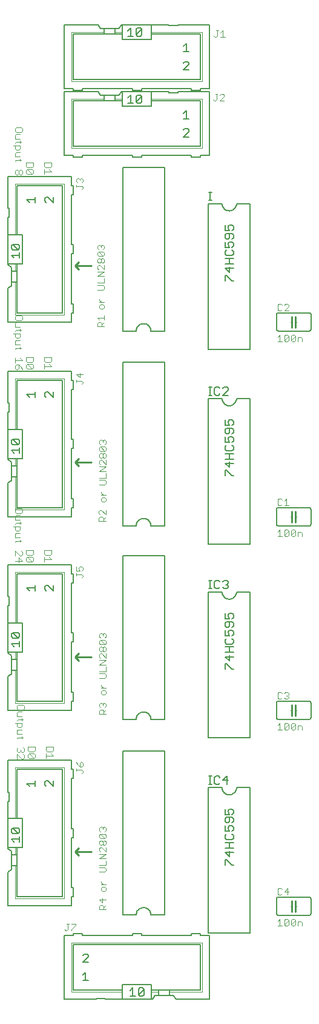
<source format=gto>
G75*
%MOIN*%
%OFA0B0*%
%FSLAX24Y24*%
%IPPOS*%
%LPD*%
%AMOC8*
5,1,8,0,0,1.08239X$1,22.5*
%
%ADD10C,0.0030*%
%ADD11C,0.0100*%
%ADD12C,0.0060*%
%ADD13C,0.0050*%
%ADD14C,0.0020*%
%ADD15C,0.0040*%
D10*
X010865Y018163D02*
X010865Y018410D01*
X011112Y018163D01*
X011174Y018163D01*
X011235Y018225D01*
X011235Y018348D01*
X011174Y018410D01*
X011174Y018531D02*
X011112Y018531D01*
X011050Y018593D01*
X010989Y018531D01*
X010927Y018531D01*
X010865Y018593D01*
X010865Y018716D01*
X010927Y018778D01*
X011050Y018655D02*
X011050Y018593D01*
X011174Y018531D02*
X011235Y018593D01*
X011235Y018716D01*
X011174Y018778D01*
X011465Y018810D02*
X011465Y018625D01*
X011527Y018563D01*
X011774Y018563D01*
X011835Y018625D01*
X011835Y018810D01*
X011465Y018810D01*
X011527Y018441D02*
X011774Y018195D01*
X011527Y018195D01*
X011465Y018256D01*
X011465Y018380D01*
X011527Y018441D01*
X011774Y018441D01*
X011835Y018380D01*
X011835Y018256D01*
X011774Y018195D01*
X012465Y018195D02*
X012465Y018441D01*
X012465Y018318D02*
X012835Y018318D01*
X012712Y018441D01*
X012774Y018563D02*
X012835Y018625D01*
X012835Y018810D01*
X012465Y018810D01*
X012465Y018625D01*
X012527Y018563D01*
X012774Y018563D01*
X011174Y019330D02*
X010927Y019330D01*
X010865Y019268D01*
X010865Y019513D02*
X011112Y019513D01*
X011112Y019392D02*
X011112Y019268D01*
X010865Y019513D02*
X010865Y019698D01*
X010927Y019760D01*
X011112Y019760D01*
X011050Y019882D02*
X010927Y019882D01*
X010865Y019943D01*
X010865Y020128D01*
X010865Y020251D02*
X010927Y020312D01*
X011174Y020312D01*
X011112Y020251D02*
X011112Y020374D01*
X011112Y020495D02*
X010865Y020495D01*
X010865Y020681D01*
X010927Y020742D01*
X011112Y020742D01*
X011174Y020864D02*
X011235Y020926D01*
X011235Y021049D01*
X011174Y021111D01*
X010927Y021111D01*
X010865Y021049D01*
X010865Y020926D01*
X010927Y020864D01*
X011174Y020864D01*
X011112Y020128D02*
X010742Y020128D01*
X011112Y020128D02*
X011112Y019943D01*
X011050Y019882D01*
X015384Y020604D02*
X015384Y020789D01*
X015446Y020851D01*
X015569Y020851D01*
X015631Y020789D01*
X015631Y020604D01*
X015631Y020727D02*
X015754Y020851D01*
X015693Y020972D02*
X015754Y021034D01*
X015754Y021157D01*
X015693Y021219D01*
X015631Y021219D01*
X015569Y021157D01*
X015569Y021095D01*
X015569Y021157D02*
X015507Y021219D01*
X015446Y021219D01*
X015384Y021157D01*
X015384Y021034D01*
X015446Y020972D01*
X015384Y020604D02*
X015754Y020604D01*
X015673Y021671D02*
X015735Y021733D01*
X015735Y021857D01*
X015673Y021918D01*
X015550Y021918D01*
X015488Y021857D01*
X015488Y021733D01*
X015550Y021671D01*
X015673Y021671D01*
X015612Y022040D02*
X015488Y022163D01*
X015488Y022225D01*
X015488Y022040D02*
X015735Y022040D01*
X015691Y022591D02*
X015753Y022652D01*
X015753Y022776D01*
X015691Y022838D01*
X015382Y022838D01*
X015382Y022959D02*
X015753Y022959D01*
X015753Y023206D01*
X015753Y023327D02*
X015382Y023327D01*
X015753Y023574D01*
X015382Y023574D01*
X015444Y023696D02*
X015382Y023757D01*
X015382Y023881D01*
X015444Y023942D01*
X015506Y023942D01*
X015753Y023696D01*
X015753Y023942D01*
X015691Y024064D02*
X015629Y024064D01*
X015568Y024126D01*
X015568Y024249D01*
X015629Y024311D01*
X015691Y024311D01*
X015753Y024249D01*
X015753Y024126D01*
X015691Y024064D01*
X015568Y024126D02*
X015506Y024064D01*
X015444Y024064D01*
X015382Y024126D01*
X015382Y024249D01*
X015444Y024311D01*
X015506Y024311D01*
X015568Y024249D01*
X015691Y024432D02*
X015444Y024679D01*
X015691Y024679D01*
X015753Y024617D01*
X015753Y024494D01*
X015691Y024432D01*
X015444Y024432D01*
X015382Y024494D01*
X015382Y024617D01*
X015444Y024679D01*
X015444Y024801D02*
X015382Y024862D01*
X015382Y024986D01*
X015444Y025047D01*
X015506Y025047D01*
X015568Y024986D01*
X015629Y025047D01*
X015691Y025047D01*
X015753Y024986D01*
X015753Y024862D01*
X015691Y024801D01*
X015568Y024924D02*
X015568Y024986D01*
X015691Y022591D02*
X015382Y022591D01*
X012365Y028995D02*
X012365Y029241D01*
X012365Y029118D02*
X012735Y029118D01*
X012612Y029241D01*
X012674Y029363D02*
X012735Y029425D01*
X012735Y029610D01*
X012365Y029610D01*
X012365Y029425D01*
X012427Y029363D01*
X012674Y029363D01*
X011735Y029425D02*
X011735Y029610D01*
X011365Y029610D01*
X011365Y029425D01*
X011427Y029363D01*
X011674Y029363D01*
X011735Y029425D01*
X011674Y029241D02*
X011735Y029180D01*
X011735Y029056D01*
X011674Y028995D01*
X011427Y029241D01*
X011365Y029180D01*
X011365Y029056D01*
X011427Y028995D01*
X011674Y028995D01*
X011674Y029241D02*
X011427Y029241D01*
X011135Y029393D02*
X011135Y029516D01*
X011074Y029578D01*
X011135Y029393D02*
X011074Y029331D01*
X011012Y029331D01*
X010765Y029578D01*
X010765Y029331D01*
X010950Y029210D02*
X010950Y028963D01*
X010765Y029025D02*
X011135Y029025D01*
X010950Y029210D01*
X011012Y030068D02*
X011012Y030192D01*
X011074Y030130D02*
X010827Y030130D01*
X010765Y030068D01*
X010765Y030313D02*
X011012Y030313D01*
X010765Y030313D02*
X010765Y030498D01*
X010827Y030560D01*
X011012Y030560D01*
X010950Y030682D02*
X010827Y030682D01*
X010765Y030743D01*
X010765Y030928D01*
X010765Y031051D02*
X010827Y031112D01*
X011074Y031112D01*
X011012Y031051D02*
X011012Y031174D01*
X011012Y031295D02*
X010765Y031295D01*
X010765Y031481D01*
X010827Y031542D01*
X011012Y031542D01*
X011074Y031664D02*
X010827Y031664D01*
X010765Y031726D01*
X010765Y031849D01*
X010827Y031911D01*
X011074Y031911D01*
X011135Y031849D01*
X011135Y031726D01*
X011074Y031664D01*
X011012Y030928D02*
X010642Y030928D01*
X011012Y030928D02*
X011012Y030743D01*
X010950Y030682D01*
X015364Y031204D02*
X015364Y031389D01*
X015426Y031451D01*
X015549Y031451D01*
X015611Y031389D01*
X015611Y031204D01*
X015611Y031327D02*
X015734Y031451D01*
X015734Y031572D02*
X015487Y031819D01*
X015426Y031819D01*
X015364Y031757D01*
X015364Y031634D01*
X015426Y031572D01*
X015734Y031572D02*
X015734Y031819D01*
X015673Y032271D02*
X015735Y032333D01*
X015735Y032457D01*
X015673Y032518D01*
X015550Y032518D01*
X015488Y032457D01*
X015488Y032333D01*
X015550Y032271D01*
X015673Y032271D01*
X015612Y032640D02*
X015488Y032763D01*
X015488Y032825D01*
X015488Y032640D02*
X015735Y032640D01*
X015691Y033221D02*
X015753Y033282D01*
X015753Y033406D01*
X015691Y033467D01*
X015382Y033467D01*
X015382Y033589D02*
X015753Y033589D01*
X015753Y033836D01*
X015753Y033957D02*
X015382Y033957D01*
X015753Y034204D01*
X015382Y034204D01*
X015444Y034326D02*
X015382Y034387D01*
X015382Y034511D01*
X015444Y034572D01*
X015506Y034572D01*
X015753Y034326D01*
X015753Y034572D01*
X015691Y034694D02*
X015753Y034756D01*
X015753Y034879D01*
X015691Y034941D01*
X015629Y034941D01*
X015568Y034879D01*
X015568Y034756D01*
X015506Y034694D01*
X015444Y034694D01*
X015382Y034756D01*
X015382Y034879D01*
X015444Y034941D01*
X015506Y034941D01*
X015568Y034879D01*
X015568Y034756D02*
X015629Y034694D01*
X015691Y034694D01*
X015691Y035062D02*
X015444Y035309D01*
X015691Y035309D01*
X015753Y035247D01*
X015753Y035124D01*
X015691Y035062D01*
X015444Y035062D01*
X015382Y035124D01*
X015382Y035247D01*
X015444Y035309D01*
X015444Y035430D02*
X015382Y035492D01*
X015382Y035616D01*
X015444Y035677D01*
X015506Y035677D01*
X015568Y035616D01*
X015629Y035677D01*
X015691Y035677D01*
X015753Y035616D01*
X015753Y035492D01*
X015691Y035430D01*
X015568Y035554D02*
X015568Y035616D01*
X015691Y033221D02*
X015382Y033221D01*
X015364Y031204D02*
X015734Y031204D01*
X012735Y039718D02*
X012365Y039718D01*
X012365Y039841D02*
X012365Y039595D01*
X012612Y039841D02*
X012735Y039718D01*
X012674Y039963D02*
X012427Y039963D01*
X012365Y040025D01*
X012365Y040210D01*
X012735Y040210D01*
X012735Y040025D01*
X012674Y039963D01*
X011735Y040025D02*
X011735Y040210D01*
X011365Y040210D01*
X011365Y040025D01*
X011427Y039963D01*
X011674Y039963D01*
X011735Y040025D01*
X011674Y039841D02*
X011735Y039780D01*
X011735Y039656D01*
X011674Y039595D01*
X011427Y039841D01*
X011365Y039780D01*
X011365Y039656D01*
X011427Y039595D01*
X011674Y039595D01*
X011674Y039841D02*
X011427Y039841D01*
X011135Y040055D02*
X010765Y040055D01*
X010765Y040178D02*
X010765Y039931D01*
X010827Y039810D02*
X010765Y039748D01*
X010765Y039625D01*
X010827Y039563D01*
X010889Y039563D01*
X010950Y039625D01*
X010950Y039810D01*
X010827Y039810D01*
X010950Y039810D02*
X011074Y039686D01*
X011135Y039563D01*
X011135Y040055D02*
X011012Y040178D01*
X011012Y040668D02*
X011012Y040792D01*
X011074Y040730D02*
X010827Y040730D01*
X010765Y040668D01*
X010765Y040913D02*
X011012Y040913D01*
X010765Y040913D02*
X010765Y041098D01*
X010827Y041160D01*
X011012Y041160D01*
X010950Y041282D02*
X010827Y041282D01*
X010765Y041343D01*
X010765Y041528D01*
X010765Y041651D02*
X010827Y041712D01*
X011074Y041712D01*
X011012Y041651D02*
X011012Y041774D01*
X011012Y041895D02*
X010765Y041895D01*
X010765Y042081D01*
X010827Y042142D01*
X011012Y042142D01*
X011074Y042264D02*
X011135Y042326D01*
X011135Y042449D01*
X011074Y042511D01*
X010827Y042511D01*
X010765Y042449D01*
X010765Y042326D01*
X010827Y042264D01*
X011074Y042264D01*
X011012Y041528D02*
X010642Y041528D01*
X011012Y041528D02*
X011012Y041343D01*
X010950Y041282D01*
X015273Y041904D02*
X015273Y042089D01*
X015334Y042151D01*
X015458Y042151D01*
X015520Y042089D01*
X015520Y041904D01*
X015643Y041904D02*
X015273Y041904D01*
X015520Y042027D02*
X015643Y042151D01*
X015643Y042272D02*
X015643Y042519D01*
X015643Y042395D02*
X015273Y042395D01*
X015396Y042272D01*
X015450Y042871D02*
X015573Y042871D01*
X015635Y042933D01*
X015635Y043057D01*
X015573Y043118D01*
X015450Y043118D01*
X015388Y043057D01*
X015388Y042933D01*
X015450Y042871D01*
X015512Y043240D02*
X015388Y043363D01*
X015388Y043425D01*
X015388Y043240D02*
X015635Y043240D01*
X015591Y043929D02*
X015282Y043929D01*
X015282Y044176D02*
X015591Y044176D01*
X015653Y044114D01*
X015653Y043991D01*
X015591Y043929D01*
X015653Y044298D02*
X015282Y044298D01*
X015282Y044666D02*
X015653Y044913D01*
X015282Y044913D01*
X015344Y045034D02*
X015282Y045096D01*
X015282Y045219D01*
X015344Y045281D01*
X015406Y045281D01*
X015653Y045034D01*
X015653Y045281D01*
X015591Y045403D02*
X015529Y045403D01*
X015468Y045464D01*
X015468Y045588D01*
X015529Y045649D01*
X015591Y045649D01*
X015653Y045588D01*
X015653Y045464D01*
X015591Y045403D01*
X015468Y045464D02*
X015406Y045403D01*
X015344Y045403D01*
X015282Y045464D01*
X015282Y045588D01*
X015344Y045649D01*
X015406Y045649D01*
X015468Y045588D01*
X015591Y045771D02*
X015344Y046018D01*
X015591Y046018D01*
X015653Y045956D01*
X015653Y045833D01*
X015591Y045771D01*
X015344Y045771D01*
X015282Y045833D01*
X015282Y045956D01*
X015344Y046018D01*
X015344Y046139D02*
X015282Y046201D01*
X015282Y046324D01*
X015344Y046386D01*
X015406Y046386D01*
X015468Y046324D01*
X015529Y046386D01*
X015591Y046386D01*
X015653Y046324D01*
X015653Y046201D01*
X015591Y046139D01*
X015468Y046263D02*
X015468Y046324D01*
X015653Y044666D02*
X015282Y044666D01*
X015653Y044544D02*
X015653Y044298D01*
X014432Y049443D02*
X014494Y049504D01*
X014494Y049566D01*
X014432Y049628D01*
X014124Y049628D01*
X014124Y049566D02*
X014124Y049690D01*
X014186Y049811D02*
X014124Y049873D01*
X014124Y049996D01*
X014186Y050058D01*
X014247Y050058D01*
X014309Y049996D01*
X014371Y050058D01*
X014432Y050058D01*
X014494Y049996D01*
X014494Y049873D01*
X014432Y049811D01*
X014309Y049934D02*
X014309Y049996D01*
X012735Y050418D02*
X012365Y050418D01*
X012365Y050541D02*
X012365Y050295D01*
X012612Y050541D02*
X012735Y050418D01*
X012674Y050663D02*
X012427Y050663D01*
X012365Y050725D01*
X012365Y050910D01*
X012735Y050910D01*
X012735Y050725D01*
X012674Y050663D01*
X011735Y050725D02*
X011735Y050910D01*
X011365Y050910D01*
X011365Y050725D01*
X011427Y050663D01*
X011674Y050663D01*
X011735Y050725D01*
X011674Y050541D02*
X011735Y050480D01*
X011735Y050356D01*
X011674Y050295D01*
X011427Y050541D01*
X011365Y050480D01*
X011365Y050356D01*
X011427Y050295D01*
X011674Y050295D01*
X011674Y050541D02*
X011427Y050541D01*
X011135Y050448D02*
X011135Y050325D01*
X011074Y050263D01*
X011012Y050263D01*
X010950Y050325D01*
X010950Y050448D01*
X011012Y050510D01*
X011074Y050510D01*
X011135Y050448D01*
X010950Y050448D02*
X010889Y050510D01*
X010827Y050510D01*
X010765Y050448D01*
X010765Y050325D01*
X010827Y050263D01*
X010889Y050263D01*
X010950Y050325D01*
X011012Y051000D02*
X011012Y051124D01*
X011074Y051062D02*
X010827Y051062D01*
X010765Y051000D01*
X010765Y051245D02*
X011012Y051245D01*
X011012Y051492D02*
X010827Y051492D01*
X010765Y051430D01*
X010765Y051245D01*
X010827Y051613D02*
X010765Y051675D01*
X010765Y051860D01*
X010765Y051982D02*
X010827Y052044D01*
X011074Y052044D01*
X011012Y052106D02*
X011012Y051982D01*
X011012Y051860D02*
X010642Y051860D01*
X010827Y051613D02*
X010950Y051613D01*
X011012Y051675D01*
X011012Y051860D01*
X011012Y052227D02*
X010765Y052227D01*
X010765Y052412D01*
X010827Y052474D01*
X011012Y052474D01*
X011074Y052595D02*
X010827Y052595D01*
X010765Y052657D01*
X010765Y052781D01*
X010827Y052842D01*
X011074Y052842D01*
X011135Y052781D01*
X011135Y052657D01*
X011074Y052595D01*
X021647Y054371D02*
X021709Y054309D01*
X021771Y054309D01*
X021833Y054371D01*
X021833Y054679D01*
X021894Y054679D02*
X021771Y054679D01*
X022016Y054618D02*
X022077Y054679D01*
X022201Y054679D01*
X022263Y054618D01*
X022263Y054556D01*
X022016Y054309D01*
X022263Y054309D01*
X022302Y057815D02*
X022055Y057815D01*
X022178Y057815D02*
X022178Y058185D01*
X022055Y058062D01*
X021934Y058185D02*
X021810Y058185D01*
X021872Y058185D02*
X021872Y057876D01*
X021810Y057815D01*
X021748Y057815D01*
X021687Y057876D01*
X025262Y043150D02*
X025201Y043088D01*
X025201Y042841D01*
X025262Y042779D01*
X025386Y042779D01*
X025447Y042841D01*
X025569Y042779D02*
X025816Y043026D01*
X025816Y043088D01*
X025754Y043150D01*
X025631Y043150D01*
X025569Y043088D01*
X025447Y043088D02*
X025386Y043150D01*
X025262Y043150D01*
X025569Y042779D02*
X025816Y042779D01*
X025754Y041450D02*
X025816Y041388D01*
X025569Y041141D01*
X025631Y041079D01*
X025754Y041079D01*
X025816Y041141D01*
X025816Y041388D01*
X025754Y041450D02*
X025631Y041450D01*
X025569Y041388D01*
X025569Y041141D01*
X025447Y041079D02*
X025201Y041079D01*
X025324Y041079D02*
X025324Y041450D01*
X025201Y041326D01*
X025937Y041388D02*
X025999Y041450D01*
X026122Y041450D01*
X026184Y041388D01*
X025937Y041141D01*
X025999Y041079D01*
X026122Y041079D01*
X026184Y041141D01*
X026184Y041388D01*
X026305Y041326D02*
X026305Y041079D01*
X026305Y041326D02*
X026491Y041326D01*
X026552Y041264D01*
X026552Y041079D01*
X025937Y041141D02*
X025937Y041388D01*
X025692Y032441D02*
X025692Y032071D01*
X025569Y032071D02*
X025816Y032071D01*
X025569Y032317D02*
X025692Y032441D01*
X025447Y032379D02*
X025386Y032441D01*
X025262Y032441D01*
X025201Y032379D01*
X025201Y032132D01*
X025262Y032071D01*
X025386Y032071D01*
X025447Y032132D01*
X025324Y030741D02*
X025324Y030371D01*
X025201Y030371D02*
X025447Y030371D01*
X025569Y030432D02*
X025631Y030371D01*
X025754Y030371D01*
X025816Y030432D01*
X025816Y030679D01*
X025569Y030432D01*
X025569Y030679D01*
X025631Y030741D01*
X025754Y030741D01*
X025816Y030679D01*
X025937Y030679D02*
X025999Y030741D01*
X026122Y030741D01*
X026184Y030679D01*
X025937Y030432D01*
X025999Y030371D01*
X026122Y030371D01*
X026184Y030432D01*
X026184Y030679D01*
X026305Y030617D02*
X026305Y030371D01*
X026305Y030617D02*
X026491Y030617D01*
X026552Y030556D01*
X026552Y030371D01*
X025937Y030432D02*
X025937Y030679D01*
X025324Y030741D02*
X025201Y030617D01*
X025262Y021811D02*
X025201Y021749D01*
X025201Y021502D01*
X025262Y021441D01*
X025386Y021441D01*
X025447Y021502D01*
X025569Y021502D02*
X025631Y021441D01*
X025754Y021441D01*
X025816Y021502D01*
X025816Y021564D01*
X025754Y021626D01*
X025692Y021626D01*
X025754Y021626D02*
X025816Y021688D01*
X025816Y021749D01*
X025754Y021811D01*
X025631Y021811D01*
X025569Y021749D01*
X025447Y021749D02*
X025386Y021811D01*
X025262Y021811D01*
X025324Y020111D02*
X025324Y019741D01*
X025201Y019741D02*
X025447Y019741D01*
X025569Y019802D02*
X025816Y020049D01*
X025816Y019802D01*
X025754Y019741D01*
X025631Y019741D01*
X025569Y019802D01*
X025569Y020049D01*
X025631Y020111D01*
X025754Y020111D01*
X025816Y020049D01*
X025937Y020049D02*
X025999Y020111D01*
X026122Y020111D01*
X026184Y020049D01*
X025937Y019802D01*
X025999Y019741D01*
X026122Y019741D01*
X026184Y019802D01*
X026184Y020049D01*
X026305Y019988D02*
X026491Y019988D01*
X026552Y019926D01*
X026552Y019741D01*
X026305Y019741D02*
X026305Y019988D01*
X025937Y020049D02*
X025937Y019802D01*
X025324Y020111D02*
X025201Y019988D01*
X025262Y011047D02*
X025201Y010985D01*
X025201Y010739D01*
X025262Y010677D01*
X025386Y010677D01*
X025447Y010739D01*
X025569Y010862D02*
X025816Y010862D01*
X025754Y010677D02*
X025754Y011047D01*
X025569Y010862D01*
X025447Y010985D02*
X025386Y011047D01*
X025262Y011047D01*
X025324Y009347D02*
X025324Y008977D01*
X025201Y008977D02*
X025447Y008977D01*
X025569Y009039D02*
X025816Y009285D01*
X025816Y009039D01*
X025754Y008977D01*
X025631Y008977D01*
X025569Y009039D01*
X025569Y009285D01*
X025631Y009347D01*
X025754Y009347D01*
X025816Y009285D01*
X025937Y009285D02*
X025999Y009347D01*
X026122Y009347D01*
X026184Y009285D01*
X025937Y009039D01*
X025999Y008977D01*
X026122Y008977D01*
X026184Y009039D01*
X026184Y009285D01*
X026305Y009224D02*
X026491Y009224D01*
X026552Y009162D01*
X026552Y008977D01*
X026305Y008977D02*
X026305Y009224D01*
X025937Y009285D02*
X025937Y009039D01*
X025324Y009347D02*
X025201Y009224D01*
X015746Y009874D02*
X015376Y009874D01*
X015376Y010059D01*
X015438Y010121D01*
X015561Y010121D01*
X015623Y010059D01*
X015623Y009874D01*
X015623Y009997D02*
X015746Y010121D01*
X015561Y010242D02*
X015561Y010489D01*
X015376Y010427D02*
X015561Y010242D01*
X015746Y010427D02*
X015376Y010427D01*
X015550Y010871D02*
X015673Y010871D01*
X015735Y010933D01*
X015735Y011057D01*
X015673Y011118D01*
X015550Y011118D01*
X015488Y011057D01*
X015488Y010933D01*
X015550Y010871D01*
X015612Y011240D02*
X015488Y011363D01*
X015488Y011425D01*
X015488Y011240D02*
X015735Y011240D01*
X015691Y011943D02*
X015753Y012004D01*
X015753Y012128D01*
X015691Y012190D01*
X015382Y012190D01*
X015382Y012311D02*
X015753Y012311D01*
X015753Y012558D01*
X015753Y012679D02*
X015382Y012679D01*
X015753Y012926D01*
X015382Y012926D01*
X015444Y013048D02*
X015382Y013109D01*
X015382Y013233D01*
X015444Y013294D01*
X015506Y013294D01*
X015753Y013048D01*
X015753Y013294D01*
X015691Y013416D02*
X015753Y013478D01*
X015753Y013601D01*
X015691Y013663D01*
X015629Y013663D01*
X015568Y013601D01*
X015568Y013478D01*
X015506Y013416D01*
X015444Y013416D01*
X015382Y013478D01*
X015382Y013601D01*
X015444Y013663D01*
X015506Y013663D01*
X015568Y013601D01*
X015568Y013478D02*
X015629Y013416D01*
X015691Y013416D01*
X015691Y013784D02*
X015444Y014031D01*
X015691Y014031D01*
X015753Y013969D01*
X015753Y013846D01*
X015691Y013784D01*
X015444Y013784D01*
X015382Y013846D01*
X015382Y013969D01*
X015444Y014031D01*
X015444Y014153D02*
X015382Y014214D01*
X015382Y014338D01*
X015444Y014399D01*
X015506Y014399D01*
X015568Y014338D01*
X015629Y014399D01*
X015691Y014399D01*
X015753Y014338D01*
X015753Y014214D01*
X015691Y014153D01*
X015568Y014276D02*
X015568Y014338D01*
X015691Y011943D02*
X015382Y011943D01*
X014082Y009081D02*
X014082Y009019D01*
X013835Y008772D01*
X013835Y008711D01*
X013652Y008772D02*
X013652Y009081D01*
X013590Y009081D02*
X013714Y009081D01*
X013835Y009081D02*
X014082Y009081D01*
X013652Y008772D02*
X013590Y008711D01*
X013528Y008711D01*
X013467Y008772D01*
D11*
X014250Y012856D02*
X014050Y013056D01*
X014250Y013256D01*
X014050Y013056D02*
X014950Y013056D01*
X014250Y023556D02*
X014050Y023756D01*
X014250Y023956D01*
X014050Y023756D02*
X014950Y023756D01*
X014250Y034256D02*
X014050Y034456D01*
X014250Y034656D01*
X014050Y034456D02*
X014950Y034456D01*
X014250Y045056D02*
X014050Y045256D01*
X014250Y045456D01*
X014050Y045256D02*
X014950Y045256D01*
X025986Y042464D02*
X025986Y042164D01*
X025986Y041864D01*
X026186Y041864D02*
X026186Y042164D01*
X026186Y042464D01*
X026186Y031756D02*
X026186Y031456D01*
X026186Y031156D01*
X025986Y031156D02*
X025986Y031456D01*
X025986Y031756D01*
X025986Y021126D02*
X025986Y020826D01*
X025986Y020526D01*
X026186Y020526D02*
X026186Y020826D01*
X026186Y021126D01*
X026186Y010362D02*
X026186Y010062D01*
X026186Y009762D01*
X025986Y009762D02*
X025986Y010062D01*
X025986Y010362D01*
D12*
X025986Y010062D02*
X025936Y010062D01*
X026186Y010062D02*
X026236Y010062D01*
X026936Y010562D02*
X026953Y010560D01*
X026970Y010556D01*
X026986Y010549D01*
X027000Y010539D01*
X027013Y010526D01*
X027023Y010512D01*
X027030Y010496D01*
X027034Y010479D01*
X027036Y010462D01*
X027036Y009662D01*
X027034Y009645D01*
X027030Y009628D01*
X027023Y009612D01*
X027013Y009598D01*
X027000Y009585D01*
X026986Y009575D01*
X026970Y009568D01*
X026953Y009564D01*
X026936Y009562D01*
X025236Y009562D01*
X025219Y009564D01*
X025202Y009568D01*
X025186Y009575D01*
X025172Y009585D01*
X025159Y009598D01*
X025149Y009612D01*
X025142Y009628D01*
X025138Y009645D01*
X025136Y009662D01*
X025136Y010462D01*
X025138Y010479D01*
X025142Y010496D01*
X025149Y010512D01*
X025159Y010526D01*
X025172Y010539D01*
X025186Y010549D01*
X025202Y010556D01*
X025219Y010560D01*
X025236Y010562D01*
X026936Y010562D01*
X023692Y008578D02*
X021392Y008578D01*
X021392Y016578D01*
X022142Y016578D01*
X022144Y016539D01*
X022150Y016500D01*
X022159Y016462D01*
X022172Y016425D01*
X022189Y016389D01*
X022209Y016356D01*
X022233Y016324D01*
X022259Y016295D01*
X022288Y016269D01*
X022320Y016245D01*
X022353Y016225D01*
X022389Y016208D01*
X022426Y016195D01*
X022464Y016186D01*
X022503Y016180D01*
X022542Y016178D01*
X022581Y016180D01*
X022620Y016186D01*
X022658Y016195D01*
X022695Y016208D01*
X022731Y016225D01*
X022764Y016245D01*
X022796Y016269D01*
X022825Y016295D01*
X022851Y016324D01*
X022875Y016356D01*
X022895Y016389D01*
X022912Y016425D01*
X022925Y016462D01*
X022934Y016500D01*
X022940Y016539D01*
X022942Y016578D01*
X023692Y016578D01*
X023692Y008578D01*
X018968Y009578D02*
X018218Y009578D01*
X018216Y009617D01*
X018210Y009656D01*
X018201Y009694D01*
X018188Y009731D01*
X018171Y009767D01*
X018151Y009800D01*
X018127Y009832D01*
X018101Y009861D01*
X018072Y009887D01*
X018040Y009911D01*
X018007Y009931D01*
X017971Y009948D01*
X017934Y009961D01*
X017896Y009970D01*
X017857Y009976D01*
X017818Y009978D01*
X017779Y009976D01*
X017740Y009970D01*
X017702Y009961D01*
X017665Y009948D01*
X017629Y009931D01*
X017596Y009911D01*
X017564Y009887D01*
X017535Y009861D01*
X017509Y009832D01*
X017485Y009800D01*
X017465Y009767D01*
X017448Y009731D01*
X017435Y009694D01*
X017426Y009656D01*
X017420Y009617D01*
X017418Y009578D01*
X016668Y009578D01*
X016668Y018578D01*
X018968Y018578D01*
X018968Y009578D01*
X021392Y019326D02*
X023692Y019326D01*
X023692Y027326D01*
X022942Y027326D01*
X022940Y027287D01*
X022934Y027248D01*
X022925Y027210D01*
X022912Y027173D01*
X022895Y027137D01*
X022875Y027104D01*
X022851Y027072D01*
X022825Y027043D01*
X022796Y027017D01*
X022764Y026993D01*
X022731Y026973D01*
X022695Y026956D01*
X022658Y026943D01*
X022620Y026934D01*
X022581Y026928D01*
X022542Y026926D01*
X022503Y026928D01*
X022464Y026934D01*
X022426Y026943D01*
X022389Y026956D01*
X022353Y026973D01*
X022320Y026993D01*
X022288Y027017D01*
X022259Y027043D01*
X022233Y027072D01*
X022209Y027104D01*
X022189Y027137D01*
X022172Y027173D01*
X022159Y027210D01*
X022150Y027248D01*
X022144Y027287D01*
X022142Y027326D01*
X021392Y027326D01*
X021392Y019326D01*
X018968Y020326D02*
X018218Y020326D01*
X018216Y020365D01*
X018210Y020404D01*
X018201Y020442D01*
X018188Y020479D01*
X018171Y020515D01*
X018151Y020548D01*
X018127Y020580D01*
X018101Y020609D01*
X018072Y020635D01*
X018040Y020659D01*
X018007Y020679D01*
X017971Y020696D01*
X017934Y020709D01*
X017896Y020718D01*
X017857Y020724D01*
X017818Y020726D01*
X017779Y020724D01*
X017740Y020718D01*
X017702Y020709D01*
X017665Y020696D01*
X017629Y020679D01*
X017596Y020659D01*
X017564Y020635D01*
X017535Y020609D01*
X017509Y020580D01*
X017485Y020548D01*
X017465Y020515D01*
X017448Y020479D01*
X017435Y020442D01*
X017426Y020404D01*
X017420Y020365D01*
X017418Y020326D01*
X016668Y020326D01*
X016668Y029326D01*
X018968Y029326D01*
X018968Y020326D01*
X021392Y029956D02*
X023692Y029956D01*
X023692Y037956D01*
X022942Y037956D01*
X022940Y037917D01*
X022934Y037878D01*
X022925Y037840D01*
X022912Y037803D01*
X022895Y037767D01*
X022875Y037734D01*
X022851Y037702D01*
X022825Y037673D01*
X022796Y037647D01*
X022764Y037623D01*
X022731Y037603D01*
X022695Y037586D01*
X022658Y037573D01*
X022620Y037564D01*
X022581Y037558D01*
X022542Y037556D01*
X022503Y037558D01*
X022464Y037564D01*
X022426Y037573D01*
X022389Y037586D01*
X022353Y037603D01*
X022320Y037623D01*
X022288Y037647D01*
X022259Y037673D01*
X022233Y037702D01*
X022209Y037734D01*
X022189Y037767D01*
X022172Y037803D01*
X022159Y037840D01*
X022150Y037878D01*
X022144Y037917D01*
X022142Y037956D01*
X021392Y037956D01*
X021392Y029956D01*
X018968Y030956D02*
X018218Y030956D01*
X018216Y030995D01*
X018210Y031034D01*
X018201Y031072D01*
X018188Y031109D01*
X018171Y031145D01*
X018151Y031178D01*
X018127Y031210D01*
X018101Y031239D01*
X018072Y031265D01*
X018040Y031289D01*
X018007Y031309D01*
X017971Y031326D01*
X017934Y031339D01*
X017896Y031348D01*
X017857Y031354D01*
X017818Y031356D01*
X017779Y031354D01*
X017740Y031348D01*
X017702Y031339D01*
X017665Y031326D01*
X017629Y031309D01*
X017596Y031289D01*
X017564Y031265D01*
X017535Y031239D01*
X017509Y031210D01*
X017485Y031178D01*
X017465Y031145D01*
X017448Y031109D01*
X017435Y031072D01*
X017426Y031034D01*
X017420Y030995D01*
X017418Y030956D01*
X016668Y030956D01*
X016668Y039956D01*
X018968Y039956D01*
X018968Y030956D01*
X025136Y031056D02*
X025136Y031856D01*
X025138Y031873D01*
X025142Y031890D01*
X025149Y031906D01*
X025159Y031920D01*
X025172Y031933D01*
X025186Y031943D01*
X025202Y031950D01*
X025219Y031954D01*
X025236Y031956D01*
X026936Y031956D01*
X026953Y031954D01*
X026970Y031950D01*
X026986Y031943D01*
X027000Y031933D01*
X027013Y031920D01*
X027023Y031906D01*
X027030Y031890D01*
X027034Y031873D01*
X027036Y031856D01*
X027036Y031056D01*
X027034Y031039D01*
X027030Y031022D01*
X027023Y031006D01*
X027013Y030992D01*
X027000Y030979D01*
X026986Y030969D01*
X026970Y030962D01*
X026953Y030958D01*
X026936Y030956D01*
X025236Y030956D01*
X025219Y030958D01*
X025202Y030962D01*
X025186Y030969D01*
X025172Y030979D01*
X025159Y030992D01*
X025149Y031006D01*
X025142Y031022D01*
X025138Y031039D01*
X025136Y031056D01*
X025936Y031456D02*
X025986Y031456D01*
X026186Y031456D02*
X026236Y031456D01*
X023692Y040664D02*
X021392Y040664D01*
X021392Y048664D01*
X022142Y048664D01*
X022144Y048625D01*
X022150Y048586D01*
X022159Y048548D01*
X022172Y048511D01*
X022189Y048475D01*
X022209Y048442D01*
X022233Y048410D01*
X022259Y048381D01*
X022288Y048355D01*
X022320Y048331D01*
X022353Y048311D01*
X022389Y048294D01*
X022426Y048281D01*
X022464Y048272D01*
X022503Y048266D01*
X022542Y048264D01*
X022581Y048266D01*
X022620Y048272D01*
X022658Y048281D01*
X022695Y048294D01*
X022731Y048311D01*
X022764Y048331D01*
X022796Y048355D01*
X022825Y048381D01*
X022851Y048410D01*
X022875Y048442D01*
X022895Y048475D01*
X022912Y048511D01*
X022925Y048548D01*
X022934Y048586D01*
X022940Y048625D01*
X022942Y048664D01*
X023692Y048664D01*
X023692Y040664D01*
X025136Y041764D02*
X025136Y042564D01*
X025138Y042581D01*
X025142Y042598D01*
X025149Y042614D01*
X025159Y042628D01*
X025172Y042641D01*
X025186Y042651D01*
X025202Y042658D01*
X025219Y042662D01*
X025236Y042664D01*
X026936Y042664D01*
X026953Y042662D01*
X026970Y042658D01*
X026986Y042651D01*
X027000Y042641D01*
X027013Y042628D01*
X027023Y042614D01*
X027030Y042598D01*
X027034Y042581D01*
X027036Y042564D01*
X027036Y041764D01*
X027034Y041747D01*
X027030Y041730D01*
X027023Y041714D01*
X027013Y041700D01*
X027000Y041687D01*
X026986Y041677D01*
X026970Y041670D01*
X026953Y041666D01*
X026936Y041664D01*
X025236Y041664D01*
X025219Y041666D01*
X025202Y041670D01*
X025186Y041677D01*
X025172Y041687D01*
X025159Y041700D01*
X025149Y041714D01*
X025142Y041730D01*
X025138Y041747D01*
X025136Y041764D01*
X025936Y042164D02*
X025986Y042164D01*
X026186Y042164D02*
X026236Y042164D01*
X018968Y041664D02*
X018218Y041664D01*
X018216Y041703D01*
X018210Y041742D01*
X018201Y041780D01*
X018188Y041817D01*
X018171Y041853D01*
X018151Y041886D01*
X018127Y041918D01*
X018101Y041947D01*
X018072Y041973D01*
X018040Y041997D01*
X018007Y042017D01*
X017971Y042034D01*
X017934Y042047D01*
X017896Y042056D01*
X017857Y042062D01*
X017818Y042064D01*
X017779Y042062D01*
X017740Y042056D01*
X017702Y042047D01*
X017665Y042034D01*
X017629Y042017D01*
X017596Y041997D01*
X017564Y041973D01*
X017535Y041947D01*
X017509Y041918D01*
X017485Y041886D01*
X017465Y041853D01*
X017448Y041817D01*
X017435Y041780D01*
X017426Y041742D01*
X017420Y041703D01*
X017418Y041664D01*
X016668Y041664D01*
X016668Y050664D01*
X018968Y050664D01*
X018968Y041664D01*
X025236Y021326D02*
X026936Y021326D01*
X026953Y021324D01*
X026970Y021320D01*
X026986Y021313D01*
X027000Y021303D01*
X027013Y021290D01*
X027023Y021276D01*
X027030Y021260D01*
X027034Y021243D01*
X027036Y021226D01*
X027036Y020426D01*
X027034Y020409D01*
X027030Y020392D01*
X027023Y020376D01*
X027013Y020362D01*
X027000Y020349D01*
X026986Y020339D01*
X026970Y020332D01*
X026953Y020328D01*
X026936Y020326D01*
X025236Y020326D01*
X025219Y020328D01*
X025202Y020332D01*
X025186Y020339D01*
X025172Y020349D01*
X025159Y020362D01*
X025149Y020376D01*
X025142Y020392D01*
X025138Y020409D01*
X025136Y020426D01*
X025136Y021226D01*
X025138Y021243D01*
X025142Y021260D01*
X025149Y021276D01*
X025159Y021290D01*
X025172Y021303D01*
X025186Y021313D01*
X025202Y021320D01*
X025219Y021324D01*
X025236Y021326D01*
X025936Y020826D02*
X025986Y020826D01*
X026186Y020826D02*
X026236Y020826D01*
D13*
X013859Y010078D02*
X010359Y010078D01*
X010359Y011928D01*
X010559Y012078D01*
X010559Y012278D01*
X010559Y012878D01*
X010559Y013078D01*
X010359Y013228D01*
X010359Y013278D01*
X010759Y013278D01*
X010859Y013278D01*
X010859Y012878D01*
X010859Y012278D01*
X010759Y012278D01*
X010559Y012278D01*
X010859Y012278D02*
X010859Y010578D01*
X013359Y010578D01*
X013359Y017578D01*
X010859Y017578D01*
X010859Y014878D01*
X010759Y014878D01*
X010359Y014878D01*
X010359Y015828D01*
X010409Y015828D01*
X010409Y016328D01*
X010359Y016328D01*
X010359Y018078D01*
X013859Y018078D01*
X013859Y017578D01*
X013959Y017578D01*
X013959Y017078D01*
X013859Y017078D01*
X013859Y014328D01*
X013959Y014328D01*
X013959Y013828D01*
X013859Y013828D01*
X013859Y011078D01*
X013959Y011078D01*
X013959Y010578D01*
X013859Y010578D01*
X013859Y010078D01*
X013952Y008546D02*
X013952Y008446D01*
X013452Y008446D01*
X013452Y004946D01*
X015202Y004946D01*
X015202Y004996D01*
X015702Y004996D01*
X015702Y004946D01*
X016652Y004946D01*
X016652Y005346D01*
X016652Y005446D01*
X013952Y005446D01*
X013952Y007946D01*
X020952Y007946D01*
X020952Y005446D01*
X019252Y005446D01*
X018652Y005446D01*
X018252Y005446D01*
X018252Y005346D01*
X018252Y004946D01*
X016652Y004946D01*
X017077Y005121D02*
X017377Y005121D01*
X017227Y005121D02*
X017227Y005571D01*
X017077Y005421D01*
X016652Y005446D02*
X016652Y005746D01*
X018252Y005746D01*
X018252Y005446D01*
X018452Y005146D02*
X018652Y005146D01*
X019252Y005146D01*
X019252Y005346D01*
X019252Y005446D01*
X019252Y005146D02*
X019452Y005146D01*
X019602Y004946D01*
X021452Y004946D01*
X021452Y008446D01*
X020952Y008446D01*
X020952Y008546D01*
X020452Y008546D01*
X020452Y008446D01*
X017702Y008446D01*
X017702Y008546D01*
X017202Y008546D01*
X017202Y008446D01*
X014452Y008446D01*
X014452Y008546D01*
X013952Y008546D01*
X014552Y007421D02*
X014477Y007346D01*
X014552Y007421D02*
X014702Y007421D01*
X014777Y007346D01*
X014777Y007271D01*
X014477Y006971D01*
X014777Y006971D01*
X014627Y006421D02*
X014627Y005971D01*
X014477Y005971D02*
X014777Y005971D01*
X014477Y006271D02*
X014627Y006421D01*
X017537Y005496D02*
X017612Y005571D01*
X017762Y005571D01*
X017837Y005496D01*
X017537Y005196D01*
X017612Y005121D01*
X017762Y005121D01*
X017837Y005196D01*
X017837Y005496D01*
X017537Y005496D02*
X017537Y005196D01*
X018252Y004946D02*
X018302Y004946D01*
X018452Y005146D01*
X018652Y005146D02*
X018652Y005346D01*
X018652Y005446D01*
X022317Y012330D02*
X022317Y012630D01*
X022392Y012630D01*
X022692Y012330D01*
X022767Y012330D01*
X022542Y012790D02*
X022542Y013091D01*
X022542Y013251D02*
X022542Y013551D01*
X022392Y013711D02*
X022692Y013711D01*
X022767Y013786D01*
X022767Y013936D01*
X022692Y014011D01*
X022692Y014171D02*
X022767Y014247D01*
X022767Y014397D01*
X022692Y014472D01*
X022542Y014472D01*
X022467Y014397D01*
X022467Y014322D01*
X022542Y014171D01*
X022317Y014171D01*
X022317Y014472D01*
X022392Y014632D02*
X022467Y014632D01*
X022542Y014707D01*
X022542Y014932D01*
X022392Y014932D02*
X022317Y014857D01*
X022317Y014707D01*
X022392Y014632D01*
X022392Y014932D02*
X022692Y014932D01*
X022767Y014857D01*
X022767Y014707D01*
X022692Y014632D01*
X022692Y015092D02*
X022767Y015167D01*
X022767Y015317D01*
X022692Y015392D01*
X022542Y015392D01*
X022467Y015317D01*
X022467Y015242D01*
X022542Y015092D01*
X022317Y015092D01*
X022317Y015392D01*
X022410Y016753D02*
X022410Y017203D01*
X022185Y016978D01*
X022485Y016978D01*
X022024Y017128D02*
X021949Y017203D01*
X021799Y017203D01*
X021724Y017128D01*
X021724Y016828D01*
X021799Y016753D01*
X021949Y016753D01*
X022024Y016828D01*
X021567Y016753D02*
X021417Y016753D01*
X021492Y016753D02*
X021492Y017203D01*
X021417Y017203D02*
X021567Y017203D01*
X022392Y014011D02*
X022317Y013936D01*
X022317Y013786D01*
X022392Y013711D01*
X022317Y013551D02*
X022767Y013551D01*
X022767Y013251D02*
X022317Y013251D01*
X022317Y013015D02*
X022542Y012790D01*
X022767Y013015D02*
X022317Y013015D01*
X022317Y023078D02*
X022317Y023378D01*
X022392Y023378D01*
X022692Y023078D01*
X022767Y023078D01*
X022542Y023538D02*
X022542Y023839D01*
X022542Y023999D02*
X022542Y024299D01*
X022392Y024459D02*
X022692Y024459D01*
X022767Y024534D01*
X022767Y024684D01*
X022692Y024759D01*
X022692Y024919D02*
X022767Y024995D01*
X022767Y025145D01*
X022692Y025220D01*
X022542Y025220D01*
X022467Y025145D01*
X022467Y025070D01*
X022542Y024919D01*
X022317Y024919D01*
X022317Y025220D01*
X022392Y025380D02*
X022467Y025380D01*
X022542Y025455D01*
X022542Y025680D01*
X022392Y025680D02*
X022317Y025605D01*
X022317Y025455D01*
X022392Y025380D01*
X022392Y025680D02*
X022692Y025680D01*
X022767Y025605D01*
X022767Y025455D01*
X022692Y025380D01*
X022692Y025840D02*
X022767Y025915D01*
X022767Y026065D01*
X022692Y026141D01*
X022542Y026141D01*
X022467Y026065D01*
X022467Y025990D01*
X022542Y025840D01*
X022317Y025840D01*
X022317Y026141D01*
X022260Y027501D02*
X022185Y027576D01*
X022260Y027501D02*
X022410Y027501D01*
X022485Y027576D01*
X022485Y027651D01*
X022410Y027726D01*
X022335Y027726D01*
X022410Y027726D02*
X022485Y027801D01*
X022485Y027876D01*
X022410Y027951D01*
X022260Y027951D01*
X022185Y027876D01*
X022024Y027876D02*
X021949Y027951D01*
X021799Y027951D01*
X021724Y027876D01*
X021724Y027576D01*
X021799Y027501D01*
X021949Y027501D01*
X022024Y027576D01*
X021567Y027501D02*
X021417Y027501D01*
X021492Y027501D02*
X021492Y027951D01*
X021417Y027951D02*
X021567Y027951D01*
X022392Y024759D02*
X022317Y024684D01*
X022317Y024534D01*
X022392Y024459D01*
X022317Y024299D02*
X022767Y024299D01*
X022767Y023999D02*
X022317Y023999D01*
X022317Y023764D02*
X022542Y023538D01*
X022767Y023764D02*
X022317Y023764D01*
X022317Y033708D02*
X022317Y034008D01*
X022392Y034008D01*
X022692Y033708D01*
X022767Y033708D01*
X022542Y034168D02*
X022542Y034468D01*
X022542Y034629D02*
X022542Y034929D01*
X022392Y035089D02*
X022692Y035089D01*
X022767Y035164D01*
X022767Y035314D01*
X022692Y035389D01*
X022692Y035549D02*
X022767Y035624D01*
X022767Y035775D01*
X022692Y035850D01*
X022542Y035850D01*
X022467Y035775D01*
X022467Y035700D01*
X022542Y035549D01*
X022317Y035549D01*
X022317Y035850D01*
X022392Y036010D02*
X022467Y036010D01*
X022542Y036085D01*
X022542Y036310D01*
X022392Y036310D02*
X022317Y036235D01*
X022317Y036085D01*
X022392Y036010D01*
X022392Y036310D02*
X022692Y036310D01*
X022767Y036235D01*
X022767Y036085D01*
X022692Y036010D01*
X022692Y036470D02*
X022767Y036545D01*
X022767Y036695D01*
X022692Y036770D01*
X022542Y036770D01*
X022467Y036695D01*
X022467Y036620D01*
X022542Y036470D01*
X022317Y036470D01*
X022317Y036770D01*
X022185Y038131D02*
X022485Y038431D01*
X022485Y038506D01*
X022410Y038581D01*
X022260Y038581D01*
X022185Y038506D01*
X022024Y038506D02*
X021949Y038581D01*
X021799Y038581D01*
X021724Y038506D01*
X021724Y038206D01*
X021799Y038131D01*
X021949Y038131D01*
X022024Y038206D01*
X022185Y038131D02*
X022485Y038131D01*
X021567Y038131D02*
X021417Y038131D01*
X021492Y038131D02*
X021492Y038581D01*
X021417Y038581D02*
X021567Y038581D01*
X022392Y035389D02*
X022317Y035314D01*
X022317Y035164D01*
X022392Y035089D01*
X022317Y034929D02*
X022767Y034929D01*
X022767Y034629D02*
X022317Y034629D01*
X022317Y034393D02*
X022542Y034168D01*
X022767Y034393D02*
X022317Y034393D01*
X022317Y044416D02*
X022317Y044717D01*
X022392Y044717D01*
X022692Y044416D01*
X022767Y044416D01*
X022542Y044877D02*
X022542Y045177D01*
X022542Y045337D02*
X022542Y045638D01*
X022392Y045798D02*
X022692Y045798D01*
X022767Y045873D01*
X022767Y046023D01*
X022692Y046098D01*
X022692Y046258D02*
X022767Y046333D01*
X022767Y046483D01*
X022692Y046558D01*
X022542Y046558D01*
X022467Y046483D01*
X022467Y046408D01*
X022542Y046258D01*
X022317Y046258D01*
X022317Y046558D01*
X022392Y046718D02*
X022467Y046718D01*
X022542Y046794D01*
X022542Y047019D01*
X022392Y047019D02*
X022317Y046944D01*
X022317Y046794D01*
X022392Y046718D01*
X022692Y046718D02*
X022767Y046794D01*
X022767Y046944D01*
X022692Y047019D01*
X022392Y047019D01*
X022317Y047179D02*
X022542Y047179D01*
X022467Y047329D01*
X022467Y047404D01*
X022542Y047479D01*
X022692Y047479D01*
X022767Y047404D01*
X022767Y047254D01*
X022692Y047179D01*
X022317Y047179D02*
X022317Y047479D01*
X021567Y048839D02*
X021417Y048839D01*
X021492Y048839D02*
X021492Y049290D01*
X021417Y049290D02*
X021567Y049290D01*
X020952Y051204D02*
X020452Y051204D01*
X020452Y051304D01*
X017702Y051304D01*
X017702Y051204D01*
X017202Y051204D01*
X017202Y051304D01*
X014452Y051304D01*
X014452Y051204D01*
X013952Y051204D01*
X013952Y051304D01*
X013452Y051304D01*
X013452Y054804D01*
X015302Y054804D01*
X015452Y054604D01*
X015652Y054604D01*
X016252Y054604D01*
X016452Y054604D01*
X016602Y054804D01*
X016652Y054804D01*
X016652Y054404D01*
X016652Y054304D01*
X016252Y054304D01*
X015652Y054304D01*
X015652Y054404D01*
X015652Y054604D01*
X015652Y054304D02*
X013952Y054304D01*
X013952Y051804D01*
X020952Y051804D01*
X020952Y054304D01*
X018252Y054304D01*
X018252Y054404D01*
X018252Y054804D01*
X019202Y054804D01*
X019202Y054754D01*
X019702Y054754D01*
X019702Y054804D01*
X021452Y054804D01*
X021452Y051304D01*
X020952Y051304D01*
X020952Y051204D01*
X020317Y052329D02*
X020016Y052329D01*
X020317Y052629D01*
X020317Y052704D01*
X020241Y052779D01*
X020091Y052779D01*
X020016Y052704D01*
X020016Y053329D02*
X020317Y053329D01*
X020166Y053329D02*
X020166Y053779D01*
X020016Y053629D01*
X020452Y054885D02*
X020452Y054985D01*
X017702Y054985D01*
X017702Y054885D01*
X017202Y054885D01*
X017202Y054985D01*
X014452Y054985D01*
X014452Y054885D01*
X013952Y054885D01*
X013952Y054985D01*
X013452Y054985D01*
X013452Y058485D01*
X015302Y058485D01*
X015452Y058285D01*
X015652Y058285D01*
X016252Y058285D01*
X016452Y058285D01*
X016602Y058485D01*
X016652Y058485D01*
X016652Y058085D01*
X016652Y057985D01*
X016252Y057985D01*
X015652Y057985D01*
X015652Y058085D01*
X015652Y058285D01*
X015652Y057985D02*
X013952Y057985D01*
X013952Y055485D01*
X020952Y055485D01*
X020952Y057985D01*
X018252Y057985D01*
X018252Y058085D01*
X018252Y058485D01*
X019202Y058485D01*
X019202Y058435D01*
X019702Y058435D01*
X019702Y058485D01*
X021452Y058485D01*
X021452Y054985D01*
X020952Y054985D01*
X020952Y054885D01*
X020452Y054885D01*
X020317Y056010D02*
X020016Y056010D01*
X020317Y056310D01*
X020317Y056385D01*
X020241Y056461D01*
X020091Y056461D01*
X020016Y056385D01*
X020016Y057010D02*
X020317Y057010D01*
X020166Y057010D02*
X020166Y057461D01*
X020016Y057310D01*
X018252Y057685D02*
X018252Y057985D01*
X018252Y057685D02*
X016652Y057685D01*
X016652Y057985D01*
X016956Y057860D02*
X017256Y057860D01*
X017106Y057860D02*
X017106Y058311D01*
X016956Y058160D01*
X016652Y058485D02*
X018252Y058485D01*
X017717Y058235D02*
X017416Y057935D01*
X017491Y057860D01*
X017641Y057860D01*
X017717Y057935D01*
X017717Y058235D01*
X017641Y058311D01*
X017491Y058311D01*
X017416Y058235D01*
X017416Y057935D01*
X016252Y057985D02*
X016252Y058085D01*
X016252Y058285D01*
X016652Y054804D02*
X018252Y054804D01*
X018252Y054304D02*
X018252Y054004D01*
X016652Y054004D01*
X016652Y054304D01*
X016956Y054179D02*
X017256Y054179D01*
X017106Y054179D02*
X017106Y054629D01*
X016956Y054479D01*
X017416Y054554D02*
X017416Y054254D01*
X017717Y054554D01*
X017717Y054254D01*
X017641Y054179D01*
X017491Y054179D01*
X017416Y054254D01*
X017416Y054554D02*
X017491Y054629D01*
X017641Y054629D01*
X017717Y054554D01*
X016252Y054604D02*
X016252Y054404D01*
X016252Y054304D01*
X013859Y050164D02*
X010359Y050164D01*
X010359Y048414D01*
X010409Y048414D01*
X010409Y047914D01*
X010359Y047914D01*
X010359Y046964D01*
X010759Y046964D01*
X010859Y046964D01*
X010859Y049664D01*
X013359Y049664D01*
X013359Y042664D01*
X010859Y042664D01*
X010859Y044364D01*
X010859Y044964D01*
X010859Y045364D01*
X010759Y045364D01*
X010359Y045364D01*
X010359Y046964D01*
X010859Y046964D02*
X011159Y046964D01*
X011159Y045364D01*
X010859Y045364D01*
X010984Y045668D02*
X010984Y045969D01*
X010984Y045819D02*
X010534Y045819D01*
X010684Y045668D01*
X010359Y045364D02*
X010359Y045314D01*
X010559Y045164D01*
X010559Y044964D01*
X010559Y044364D01*
X010759Y044364D01*
X010859Y044364D01*
X010559Y044364D02*
X010559Y044164D01*
X010359Y044014D01*
X010359Y042164D01*
X013859Y042164D01*
X013859Y042664D01*
X013959Y042664D01*
X013959Y043164D01*
X013859Y043164D01*
X013859Y045914D01*
X013959Y045914D01*
X013959Y046414D01*
X013859Y046414D01*
X013859Y049164D01*
X013959Y049164D01*
X013959Y049664D01*
X013859Y049664D01*
X013859Y050164D01*
X012834Y049029D02*
X012834Y048729D01*
X012534Y049029D01*
X012459Y049029D01*
X012384Y048954D01*
X012384Y048804D01*
X012459Y048729D01*
X011834Y048729D02*
X011834Y049029D01*
X011834Y048879D02*
X011384Y048879D01*
X011534Y048729D01*
X010909Y046429D02*
X010609Y046429D01*
X010909Y046129D01*
X010984Y046204D01*
X010984Y046354D01*
X010909Y046429D01*
X010909Y046129D02*
X010609Y046129D01*
X010534Y046204D01*
X010534Y046354D01*
X010609Y046429D01*
X010559Y044964D02*
X010759Y044964D01*
X010859Y044964D01*
X010359Y039456D02*
X010359Y037706D01*
X010409Y037706D01*
X010409Y037206D01*
X010359Y037206D01*
X010359Y036256D01*
X010759Y036256D01*
X010859Y036256D01*
X010859Y038956D01*
X013359Y038956D01*
X013359Y031956D01*
X010859Y031956D01*
X010859Y033656D01*
X010859Y034256D01*
X010859Y034656D01*
X010759Y034656D01*
X010359Y034656D01*
X010359Y036256D01*
X010859Y036256D02*
X011159Y036256D01*
X011159Y034656D01*
X010859Y034656D01*
X010984Y034960D02*
X010984Y035260D01*
X010984Y035110D02*
X010534Y035110D01*
X010684Y034960D01*
X010359Y034656D02*
X010359Y034606D01*
X010559Y034456D01*
X010559Y034256D01*
X010559Y033656D01*
X010759Y033656D01*
X010859Y033656D01*
X010559Y033656D02*
X010559Y033456D01*
X010359Y033306D01*
X010359Y031456D01*
X013859Y031456D01*
X013859Y031956D01*
X013959Y031956D01*
X013959Y032456D01*
X013859Y032456D01*
X013859Y035206D01*
X013959Y035206D01*
X013959Y035706D01*
X013859Y035706D01*
X013859Y038456D01*
X013959Y038456D01*
X013959Y038956D01*
X013859Y038956D01*
X013859Y039456D01*
X010359Y039456D01*
X011384Y038170D02*
X011834Y038170D01*
X011834Y038020D02*
X011834Y038320D01*
X011534Y038020D02*
X011384Y038170D01*
X012384Y038095D02*
X012459Y038020D01*
X012384Y038095D02*
X012384Y038245D01*
X012459Y038320D01*
X012534Y038320D01*
X012834Y038020D01*
X012834Y038320D01*
X010909Y035720D02*
X010984Y035645D01*
X010984Y035495D01*
X010909Y035420D01*
X010609Y035720D01*
X010909Y035720D01*
X010909Y035420D02*
X010609Y035420D01*
X010534Y035495D01*
X010534Y035645D01*
X010609Y035720D01*
X010559Y034256D02*
X010759Y034256D01*
X010859Y034256D01*
X010359Y028826D02*
X010359Y027076D01*
X010409Y027076D01*
X010409Y026576D01*
X010359Y026576D01*
X010359Y025626D01*
X010759Y025626D01*
X010859Y025626D01*
X010859Y028326D01*
X013359Y028326D01*
X013359Y021326D01*
X010859Y021326D01*
X010859Y023026D01*
X010859Y023626D01*
X010859Y024026D01*
X010759Y024026D01*
X010359Y024026D01*
X010359Y025626D01*
X010859Y025626D02*
X011159Y025626D01*
X011159Y024026D01*
X010859Y024026D01*
X010984Y024330D02*
X010984Y024630D01*
X010984Y024480D02*
X010534Y024480D01*
X010684Y024330D01*
X010359Y024026D02*
X010359Y023976D01*
X010559Y023826D01*
X010559Y023626D01*
X010559Y023026D01*
X010759Y023026D01*
X010859Y023026D01*
X010559Y023026D02*
X010559Y022826D01*
X010359Y022676D01*
X010359Y020826D01*
X013859Y020826D01*
X013859Y021326D01*
X013959Y021326D01*
X013959Y021826D01*
X013859Y021826D01*
X013859Y024576D01*
X013959Y024576D01*
X013959Y025076D01*
X013859Y025076D01*
X013859Y027826D01*
X013959Y027826D01*
X013959Y028326D01*
X013859Y028326D01*
X013859Y028826D01*
X010359Y028826D01*
X011384Y027540D02*
X011834Y027540D01*
X011834Y027390D02*
X011834Y027691D01*
X011534Y027390D02*
X011384Y027540D01*
X012384Y027465D02*
X012459Y027390D01*
X012384Y027465D02*
X012384Y027615D01*
X012459Y027691D01*
X012534Y027691D01*
X012834Y027390D01*
X012834Y027691D01*
X010909Y025091D02*
X010984Y025015D01*
X010984Y024865D01*
X010909Y024790D01*
X010609Y025091D01*
X010909Y025091D01*
X010609Y025091D02*
X010534Y025015D01*
X010534Y024865D01*
X010609Y024790D01*
X010909Y024790D01*
X010859Y023626D02*
X010759Y023626D01*
X010559Y023626D01*
X011834Y016943D02*
X011834Y016642D01*
X011834Y016792D02*
X011384Y016792D01*
X011534Y016642D01*
X012384Y016717D02*
X012459Y016642D01*
X012384Y016717D02*
X012384Y016867D01*
X012459Y016943D01*
X012534Y016943D01*
X012834Y016642D01*
X012834Y016943D01*
X011159Y014878D02*
X010859Y014878D01*
X011159Y014878D02*
X011159Y013278D01*
X010859Y013278D01*
X010984Y013582D02*
X010984Y013882D01*
X010984Y013732D02*
X010534Y013732D01*
X010684Y013582D01*
X010359Y013278D02*
X010359Y014878D01*
X010609Y014343D02*
X010909Y014042D01*
X010984Y014117D01*
X010984Y014267D01*
X010909Y014343D01*
X010609Y014343D01*
X010534Y014267D01*
X010534Y014117D01*
X010609Y014042D01*
X010909Y014042D01*
X010859Y012878D02*
X010759Y012878D01*
X010559Y012878D01*
X022542Y044877D02*
X022317Y045102D01*
X022767Y045102D01*
X022767Y045337D02*
X022317Y045337D01*
X022317Y045638D02*
X022767Y045638D01*
X022392Y045798D02*
X022317Y045873D01*
X022317Y046023D01*
X022392Y046098D01*
D14*
X021052Y051704D02*
X021052Y054404D01*
X018252Y054404D01*
X016652Y054404D02*
X016252Y054404D01*
X015652Y054404D02*
X013852Y054404D01*
X013852Y051704D01*
X021052Y051704D01*
X021052Y055385D02*
X021052Y058085D01*
X018252Y058085D01*
X016652Y058085D02*
X016252Y058085D01*
X015652Y058085D02*
X013852Y058085D01*
X013852Y055385D01*
X021052Y055385D01*
X013459Y049764D02*
X010759Y049764D01*
X010759Y046964D01*
X010759Y045364D02*
X010759Y044964D01*
X010759Y044364D02*
X010759Y042564D01*
X013459Y042564D01*
X013459Y049764D01*
X013459Y039056D02*
X010759Y039056D01*
X010759Y036256D01*
X010759Y034656D02*
X010759Y034256D01*
X010759Y033656D02*
X010759Y031856D01*
X013459Y031856D01*
X013459Y039056D01*
X013459Y028426D02*
X010759Y028426D01*
X010759Y025626D01*
X010759Y024026D02*
X010759Y023626D01*
X010759Y023026D02*
X010759Y021226D01*
X013459Y021226D01*
X013459Y028426D01*
X013459Y017678D02*
X010759Y017678D01*
X010759Y014878D01*
X010759Y013278D02*
X010759Y012878D01*
X010759Y012278D02*
X010759Y010478D01*
X013459Y010478D01*
X013459Y017678D01*
X013852Y008046D02*
X013852Y005346D01*
X016652Y005346D01*
X018252Y005346D02*
X018652Y005346D01*
X019252Y005346D02*
X021052Y005346D01*
X021052Y008046D01*
X013852Y008046D01*
D15*
X014429Y017361D02*
X014489Y017421D01*
X014489Y017481D01*
X014429Y017541D01*
X014129Y017541D01*
X014129Y017481D02*
X014129Y017601D01*
X014309Y017729D02*
X014309Y017909D01*
X014369Y017970D01*
X014429Y017970D01*
X014489Y017909D01*
X014489Y017789D01*
X014429Y017729D01*
X014309Y017729D01*
X014189Y017849D01*
X014129Y017970D01*
X014429Y028109D02*
X014489Y028169D01*
X014489Y028229D01*
X014429Y028289D01*
X014129Y028289D01*
X014129Y028229D02*
X014129Y028349D01*
X014129Y028477D02*
X014309Y028477D01*
X014249Y028597D01*
X014249Y028658D01*
X014309Y028718D01*
X014429Y028718D01*
X014489Y028658D01*
X014489Y028537D01*
X014429Y028477D01*
X014129Y028477D02*
X014129Y028718D01*
X014429Y038739D02*
X014489Y038799D01*
X014489Y038859D01*
X014429Y038919D01*
X014129Y038919D01*
X014129Y038859D02*
X014129Y038979D01*
X014309Y039107D02*
X014309Y039347D01*
X014489Y039287D02*
X014129Y039287D01*
X014309Y039107D01*
M02*

</source>
